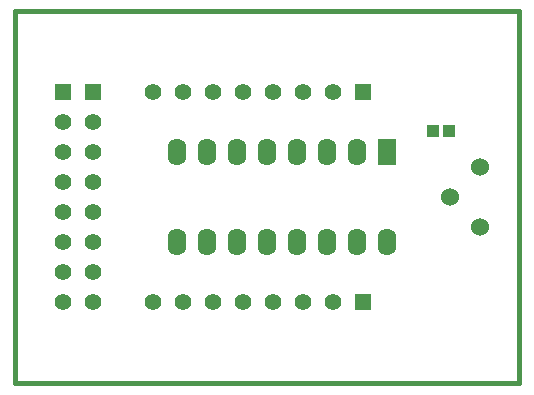
<source format=gbs>
G04 (created by PCBNEW-RS274X (2011-07-08)-stable) date Fri 07 Oct 2011 01:39:22 PM CEST*
G01*
G70*
G90*
%MOIN*%
G04 Gerber Fmt 3.4, Leading zero omitted, Abs format*
%FSLAX34Y34*%
G04 APERTURE LIST*
%ADD10C,0.006000*%
%ADD11C,0.015000*%
%ADD12R,0.055000X0.055000*%
%ADD13C,0.055000*%
%ADD14R,0.040000X0.040000*%
%ADD15C,0.060000*%
%ADD16R,0.062000X0.090000*%
%ADD17O,0.062000X0.090000*%
G04 APERTURE END LIST*
G54D10*
G54D11*
X58500Y-29800D02*
X41700Y-29800D01*
X41700Y-17400D02*
X58500Y-17400D01*
X58500Y-29800D02*
X58500Y-17400D01*
X41700Y-17400D02*
X41700Y-29800D01*
G54D12*
X44300Y-20100D03*
G54D13*
X44300Y-21100D03*
X44300Y-22100D03*
X44300Y-23100D03*
X44300Y-24100D03*
X44300Y-25100D03*
X44300Y-26100D03*
X44300Y-27100D03*
G54D12*
X43300Y-20100D03*
G54D13*
X43300Y-21100D03*
X43300Y-22100D03*
X43300Y-23100D03*
X43300Y-24100D03*
X43300Y-25100D03*
X43300Y-26100D03*
X43300Y-27100D03*
G54D12*
X53300Y-20100D03*
G54D13*
X52300Y-20100D03*
X51300Y-20100D03*
X50300Y-20100D03*
X49300Y-20100D03*
X48300Y-20100D03*
X47300Y-20100D03*
X46300Y-20100D03*
G54D12*
X53300Y-27100D03*
G54D13*
X52300Y-27100D03*
X51300Y-27100D03*
X50300Y-27100D03*
X49300Y-27100D03*
X48300Y-27100D03*
X47300Y-27100D03*
X46300Y-27100D03*
G54D14*
X55625Y-21400D03*
X56175Y-21400D03*
G54D15*
X57200Y-24600D03*
X56200Y-23600D03*
X57200Y-22600D03*
G54D16*
X54100Y-22100D03*
G54D17*
X53100Y-22100D03*
X52100Y-22100D03*
X51100Y-22100D03*
X50100Y-22100D03*
X49100Y-22100D03*
X48100Y-22100D03*
X47100Y-22100D03*
X47100Y-25100D03*
X48100Y-25100D03*
X49100Y-25100D03*
X50100Y-25100D03*
X51100Y-25100D03*
X52100Y-25100D03*
X53100Y-25100D03*
X54100Y-25100D03*
M02*

</source>
